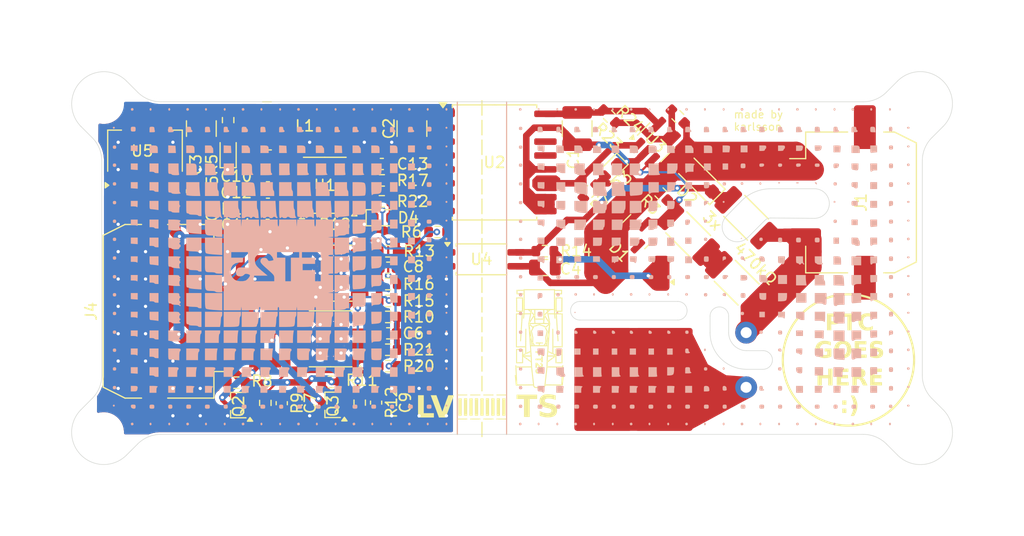
<source format=kicad_pcb>
(kicad_pcb
	(version 20240108)
	(generator "pcbnew")
	(generator_version "8.0")
	(general
		(thickness 1.6)
		(legacy_teardrops no)
	)
	(paper "A4")
	(layers
		(0 "F.Cu" signal)
		(31 "B.Cu" signal)
		(32 "B.Adhes" user "B.Adhesive")
		(33 "F.Adhes" user "F.Adhesive")
		(34 "B.Paste" user)
		(35 "F.Paste" user)
		(36 "B.SilkS" user "B.Silkscreen")
		(37 "F.SilkS" user "F.Silkscreen")
		(38 "B.Mask" user)
		(39 "F.Mask" user)
		(40 "Dwgs.User" user "User.Drawings")
		(41 "Cmts.User" user "User.Comments")
		(42 "Eco1.User" user "User.Eco1")
		(43 "Eco2.User" user "User.Eco2")
		(44 "Edge.Cuts" user)
		(45 "Margin" user)
		(46 "B.CrtYd" user "B.Courtyard")
		(47 "F.CrtYd" user "F.Courtyard")
		(48 "B.Fab" user)
		(49 "F.Fab" user)
		(50 "User.1" user)
		(51 "User.2" user)
		(52 "User.3" user)
		(53 "User.4" user)
		(54 "User.5" user)
		(55 "User.6" user)
		(56 "User.7" user)
		(57 "User.8" user)
		(58 "User.9" user)
	)
	(setup
		(stackup
			(layer "F.SilkS"
				(type "Top Silk Screen")
				(color "White")
			)
			(layer "F.Paste"
				(type "Top Solder Paste")
			)
			(layer "F.Mask"
				(type "Top Solder Mask")
				(color "Black")
				(thickness 0.01)
			)
			(layer "F.Cu"
				(type "copper")
				(thickness 0.035)
			)
			(layer "dielectric 1"
				(type "core")
				(color "FR4 natural")
				(thickness 1.51)
				(material "FR4")
				(epsilon_r 4.5)
				(loss_tangent 0.02)
			)
			(layer "B.Cu"
				(type "copper")
				(thickness 0.035)
			)
			(layer "B.Mask"
				(type "Bottom Solder Mask")
				(color "Black")
				(thickness 0.01)
			)
			(layer "B.Paste"
				(type "Bottom Solder Paste")
			)
			(layer "B.SilkS"
				(type "Bottom Silk Screen")
				(color "White")
			)
			(copper_finish "None")
			(dielectric_constraints no)
		)
		(pad_to_mask_clearance 0)
		(allow_soldermask_bridges_in_footprints no)
		(pcbplotparams
			(layerselection 0x00010fc_ffffffff)
			(plot_on_all_layers_selection 0x0000000_00000000)
			(disableapertmacros no)
			(usegerberextensions no)
			(usegerberattributes yes)
			(usegerberadvancedattributes yes)
			(creategerberjobfile yes)
			(dashed_line_dash_ratio 12.000000)
			(dashed_line_gap_ratio 3.000000)
			(svgprecision 4)
			(plotframeref no)
			(viasonmask no)
			(mode 1)
			(useauxorigin no)
			(hpglpennumber 1)
			(hpglpenspeed 20)
			(hpglpendiameter 15.000000)
			(pdf_front_fp_property_popups yes)
			(pdf_back_fp_property_popups yes)
			(dxfpolygonmode yes)
			(dxfimperialunits yes)
			(dxfusepcbnewfont yes)
			(psnegative no)
			(psa4output no)
			(plotreference yes)
			(plotvalue yes)
			(plotfptext yes)
			(plotinvisibletext no)
			(sketchpadsonfab no)
			(subtractmaskfromsilk no)
			(outputformat 1)
			(mirror no)
			(drillshape 1)
			(scaleselection 1)
			(outputdirectory "")
		)
	)
	(net 0 "")
	(net 1 "HV-")
	(net 2 "GND")
	(net 3 "/3V3_Filtered")
	(net 4 "Net-(U5-VO)")
	(net 5 "Net-(Q1-G)")
	(net 6 "+BATT")
	(net 7 "/RED_EN")
	(net 8 "/RED_Low")
	(net 9 "/GREEN_EN")
	(net 10 "/GREEN_Low")
	(net 11 "Net-(U1-CV)")
	(net 12 "/TRIG")
	(net 13 "/TS_Active")
	(net 14 "Net-(D1-K)")
	(net 15 "Net-(D2-K)")
	(net 16 "Net-(D3-A)")
	(net 17 "Net-(D4-A)")
	(net 18 "HV+")
	(net 19 "/TS_OFF")
	(net 20 "/SDC")
	(net 21 "/RED_High")
	(net 22 "/GREEN_HIGH")
	(net 23 "Net-(Q1-D)")
	(net 24 "Net-(Q2-G)")
	(net 25 "Net-(Q3-G)")
	(net 26 "Net-(R1-Pad1)")
	(net 27 "Net-(R6-Pad2)")
	(net 28 "/TS>60V")
	(net 29 "Net-(U6-ISET)")
	(net 30 "Net-(U7-ISET)")
	(net 31 "Net-(U1-DIS)")
	(net 32 "Net-(U1-Q)")
	(net 33 "unconnected-(U2-OUTC-Pad5)")
	(net 34 "unconnected-(U2-OUTB-Pad13)")
	(net 35 "unconnected-(U2-OUTA-Pad14)")
	(net 36 "unconnected-(U2-NC-Pad7)")
	(net 37 "+3V3_HV")
	(net 38 "Net-(D5-A)")
	(net 39 "Net-(U3--)")
	(footprint "Capacitor_SMD:C_0603_1608Metric" (layer "F.Cu") (at 164.68 63.965))
	(footprint "Connector_Molex:Molex_Micro-Fit_3.0_43045-0810_2x04-1MP_P3.00mm_Horizontal" (layer "F.Cu") (at 151.115 67.95 90))
	(footprint "Resistor_SMD:R_0603_1608Metric" (layer "F.Cu") (at 164.68 62.465 180))
	(footprint "Resistor_SMD:R_0603_1608Metric" (layer "F.Cu") (at 164.0975 57.9 180))
	(footprint "Package_TO_SOT_SMD:TO-263-2" (layer "F.Cu") (at 187.1 72.675 -90))
	(footprint "Resistor_SMD:R_0603_1608Metric" (layer "F.Cu") (at 150.8 74.475 180))
	(footprint "Resistor_SMD:R_0603_1608Metric" (layer "F.Cu") (at 191.15 50.15 -45))
	(footprint "Resistor_SMD:R_2010_5025Metric" (layer "F.Cu") (at 192.105552 60.905552 -45))
	(footprint "Resistor_SMD:R_0603_1608Metric" (layer "F.Cu") (at 162.075 76.3 90))
	(footprint "Resistor_SMD:R_0603_1608Metric" (layer "F.Cu") (at 189.6 57.2 135))
	(footprint "Package_SO:SOIC-8_3.9x4.9mm_P1.27mm" (layer "F.Cu") (at 158.885 56.435 180))
	(footprint "Resistor_SMD:R_0603_1608Metric" (layer "F.Cu") (at 159.425 74.4 180))
	(footprint "Resistor_SMD:R_0603_1608Metric" (layer "F.Cu") (at 184.9 50.133363 -45))
	(footprint "Package_SO:HSOP-8-1EP_3.9x4.9mm_P1.27mm_EP2.41x3.1mm_ThermalVias" (layer "F.Cu") (at 159.425 64.465 180))
	(footprint "Resistor_SMD:R_0603_1608Metric" (layer "F.Cu") (at 164.675 68.465 180))
	(footprint "Capacitor_SMD:C_0603_1608Metric" (layer "F.Cu") (at 154.95 76.35 -90))
	(footprint "Resistor_SMD:R_2010_5025Metric" (layer "F.Cu") (at 196.535184 65.335184 -45))
	(footprint "Capacitor_SMD:C_1210_3225Metric" (layer "F.Cu") (at 181.95 51.25 -90))
	(footprint "LED_SMD:LED_0603_1608Metric" (layer "F.Cu") (at 185.043153 55.056847 -135))
	(footprint "Package_TO_SOT_SMD:SOT-323_SC-70" (layer "F.Cu") (at 151 76.525 180))
	(footprint "Resistor_SMD:R_0603_1608Metric" (layer "F.Cu") (at 164.675 72.965))
	(footprint "Connector_PinHeader_2.54mm:PinHeader_1x02_P2.54mm_Vertical" (layer "F.Cu") (at 197.4 72.4))
	(footprint "Capacitor_SMD:C_1210_3225Metric" (layer "F.Cu") (at 166.85 51.25 -90))
	(footprint "Package_TO_SOT_SMD:SOT-23-5_HandSoldering" (layer "F.Cu") (at 189.1 52.5 45))
	(footprint "Resistor_SMD:R_0603_1608Metric" (layer "F.Cu") (at 164.675 67 180))
	(footprint "Package_SO:SOP-4_4.4x2.6mm_P1.27mm" (layer "F.Cu") (at 173.2 63.2))
	(footprint "Connector_Molex:Molex_Micro-Fit_3.0_43650-0310_1x03-1MP_P3.00mm_Horizontal" (layer "F.Cu") (at 207.9 58 -90))
	(footprint "Package_TO_SOT_SMD:SOT-323_SC-70" (layer "F.Cu") (at 159.625 76.5 180))
	(footprint "MountingHole:MountingHole_3.2mm_M3" (layer "F.Cu") (at 138.67868 48.97868 180))
	(footprint "Resistor_SMD:R_0603_1608Metric" (layer "F.Cu") (at 164.68 65.465))
	(footprint "Capacitor_SMD:C_0603_1608Metric" (layer "F.Cu") (at 153.685 57.1 180))
	(footprint "MountingHole:MountingHole_3.2mm_M3" (layer "F.Cu") (at 213.32132 79.02132))
	(footprint "Resistor_SMD:R_0603_1608Metric" (layer "F.Cu") (at 164.0975 55.985 180))
	(footprint "Resistor_SMD:R_0603_1608Metric" (layer "F.Cu") (at 150.05 50.475 -90))
	(footprint "Capacitor_SMD:C_0603_1608Metric" (layer "F.Cu") (at 146.75 56.975 -90))
	(footprint "Resistor_SMD:R_0603_1608Metric" (layer "F.Cu") (at 153.685 58.6 180))
	(footprint "Capacitor_SMD:C_0603_1608Metric" (layer "F.Cu") (at 163.575 76.3 -90))
	(footprint "Diode_SMD:D_SOD-123" (layer "F.Cu") (at 193.1 55.825 135))
	(footprint "MountingHole:MountingHole_3.2mm_M3" (layer "F.Cu") (at 138.67868 79.02132 -90))
	(footprint "Resistor_SMD:R_0603_1608Metric" (layer "F.Cu") (at 183.1 57 45))
	(footprint "Package_SO:SOIC-16W_7.5x10.3mm_P1.27mm"
		(layer "F.Cu")
		(uuid "a41e1a9c-908b-49bf-8927-63032ed814bb")
		(at 174.4 54.345)
		(descr "SOIC, 16 Pin (JEDEC MS-013AA, https://www.analog.com/media/en/package-pcb-resources/package/pkg_pdf/soic_wide-rw/rw_16.pdf), generated with kicad-footprint-generator ipc_gullwing_generator.py")
		(tags "SOIC SO")
		(property "Reference" "U2"
			(at 0 -0.005 0)
			(layer "F.SilkS")
			(uuid "a2505e79-6b69-49e0-8e85-872e6bf30495")
			(effects
				(font
					(size 1 1)
					(thickness 0.15)
				)
			)
		)
		(property "Value" "18024215401H"
			(at 0 6.1 0)
			(layer "F.Fab")
			(uuid "996a7646-e8fe-4c18-b5f6-b49a67b34e4c")
			(effects
				(font
					(size 1 1)
					(thickness 0.15)
				)
			)
		)
		(property "Footprint" "Package_SO:SOIC-16W_7.5x10.3mm_P1.27mm"
			(at 0 0 0)
			(unlocked yes)
			(layer "F.Fab")
			(hide yes)
			(uuid "f365419b-21e4-4ee1-8c78-52fcbbe82b8f")
			(effects
				(font
					(size 1.27 1.27)
					(thickness 0.15)
				)
			)
		)
		(property "Datasheet" "https://www.we-online.com/components/products/datasheet/18024215401H.pdf"
			(at 0 0 0)
			(unlocked yes)
			(layer "F.Fab")
			(hide yes)
			(uuid "eca51651-59b7-48dd-862f-b1c922d9d190")
			(effects
				(font
					(size 1.27 1.27)
					(thickness 0.15)
				)
			)
		)
		(property "Description" ""
			(at 0 0 0)
			(unlocked yes)
			(layer "F.Fab")
			(hide yes)
			(uuid "c0c67fd9-fb34-4fe9-bd89-0b8875c448f5")
			(effects
				(font
					(size 1.27 1.27)
					(thickness 0.15)
				)
			)
		)
		(path "/1d598d0b-0317-453c-a82d-eb54014498e7")
		(sheetname "Root")
		(sheetfile "DC_FT25.kicad_sch")
		(attr smd)
		(fp_line
			(start -3.86 -5.26)
			(end -3.86 -5.005)
			(stroke
				(width 0.12)
				(type solid)
			)
			(layer "F.SilkS")
			(uuid "d8b1652e-43a1-44ad-a108-2be2fab21147")
		)
		(fp_line
			(start -3.86 5.26)
			(end -3.86 5.005)
			(stroke
				(width 0.12)
				(type solid)
			)
			(layer "F.SilkS")
			(uuid "14fc7c14-381a-44fc-8e9c-3ca9f714c8a6")
		)
		(fp_line
			(start 0 -5.26)
			(end -3.86 -5.26)
			(stroke
				(width 0.12)
				(type solid)
			)
			(layer "F.SilkS")
			(uuid "dc1b5e51-81c7-41bf-8f9e-6d2eec6650d1")
		)
		(fp_line
			(start 0 -5.26)
			(end 3.86 -5.26)
			(stroke
				(width 0.12)
				(type solid)
			)
			(layer "F.SilkS")
			(uuid "e9dbc282-30ab-490e-9bca-d6d676155d19")
		)
		(fp_line
			(start 0 5.26)
			(end -3.86 5.26)
			(stroke
				(width 0.12)
				(type solid)
			)
			(layer "F.SilkS")
			(uuid "0fd27d97-b764-4f19-936b-68d455c223d0")
		)
		(fp_line
			(start 0 5.26)
			(end 3.86 5.26)
			(stroke
				(width 0.12)
				(type solid)
			)
			(layer "F.SilkS")
			(uuid "3de49d7b-fc58-4920-ba1e-76abd98437d4")
		)
		(fp_line
			(start 3.86 -5.26)
			(end 3.86 -5.005)
			(stroke
				(width 0.12)
				(type solid)
			)
			(layer "F.SilkS")
			(uuid "8b8419e7-4d11-4412-a669-fc8d6b40bc95")
		)
		(fp_line
			(start 3.86 5.26)
		
... [767012 chars truncated]
</source>
